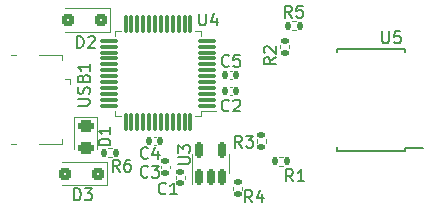
<source format=gto>
G04 #@! TF.GenerationSoftware,KiCad,Pcbnew,7.0.5-7.0.5~ubuntu22.04.1*
G04 #@! TF.CreationDate,2023-07-07T16:24:56+02:00*
G04 #@! TF.ProjectId,combined,636f6d62-696e-4656-942e-6b696361645f,rev?*
G04 #@! TF.SameCoordinates,Original*
G04 #@! TF.FileFunction,Legend,Top*
G04 #@! TF.FilePolarity,Positive*
%FSLAX46Y46*%
G04 Gerber Fmt 4.6, Leading zero omitted, Abs format (unit mm)*
G04 Created by KiCad (PCBNEW 7.0.5-7.0.5~ubuntu22.04.1) date 2023-07-07 16:24:56*
%MOMM*%
%LPD*%
G01*
G04 APERTURE LIST*
G04 Aperture macros list*
%AMRoundRect*
0 Rectangle with rounded corners*
0 $1 Rounding radius*
0 $2 $3 $4 $5 $6 $7 $8 $9 X,Y pos of 4 corners*
0 Add a 4 corners polygon primitive as box body*
4,1,4,$2,$3,$4,$5,$6,$7,$8,$9,$2,$3,0*
0 Add four circle primitives for the rounded corners*
1,1,$1+$1,$2,$3*
1,1,$1+$1,$4,$5*
1,1,$1+$1,$6,$7*
1,1,$1+$1,$8,$9*
0 Add four rect primitives between the rounded corners*
20,1,$1+$1,$2,$3,$4,$5,0*
20,1,$1+$1,$4,$5,$6,$7,0*
20,1,$1+$1,$6,$7,$8,$9,0*
20,1,$1+$1,$8,$9,$2,$3,0*%
%AMHorizOval*
0 Thick line with rounded ends*
0 $1 width*
0 $2 $3 position (X,Y) of the first rounded end (center of the circle)*
0 $4 $5 position (X,Y) of the second rounded end (center of the circle)*
0 Add line between two ends*
20,1,$1,$2,$3,$4,$5,0*
0 Add two circle primitives to create the rounded ends*
1,1,$1,$2,$3*
1,1,$1,$4,$5*%
G04 Aperture macros list end*
%ADD10C,0.150000*%
%ADD11C,0.120000*%
%ADD12RoundRect,0.140000X0.170000X-0.140000X0.170000X0.140000X-0.170000X0.140000X-0.170000X-0.140000X0*%
%ADD13RoundRect,0.140000X-0.170000X0.140000X-0.170000X-0.140000X0.170000X-0.140000X0.170000X0.140000X0*%
%ADD14RoundRect,0.140000X0.140000X0.170000X-0.140000X0.170000X-0.140000X-0.170000X0.140000X-0.170000X0*%
%ADD15RoundRect,0.140000X-0.140000X-0.170000X0.140000X-0.170000X0.140000X0.170000X-0.140000X0.170000X0*%
%ADD16RoundRect,0.250000X0.300000X0.300000X-0.300000X0.300000X-0.300000X-0.300000X0.300000X-0.300000X0*%
%ADD17R,1.350000X0.400000*%
%ADD18O,1.550000X0.890000*%
%ADD19R,1.550000X1.200000*%
%ADD20O,0.950000X1.250000*%
%ADD21R,1.550000X1.500000*%
%ADD22RoundRect,0.135000X0.135000X0.185000X-0.135000X0.185000X-0.135000X-0.185000X0.135000X-0.185000X0*%
%ADD23RoundRect,0.135000X0.185000X-0.135000X0.185000X0.135000X-0.185000X0.135000X-0.185000X-0.135000X0*%
%ADD24RoundRect,0.135000X-0.135000X-0.185000X0.135000X-0.185000X0.135000X0.185000X-0.135000X0.185000X0*%
%ADD25RoundRect,0.150000X0.150000X-0.512500X0.150000X0.512500X-0.150000X0.512500X-0.150000X-0.512500X0*%
%ADD26RoundRect,0.075000X0.662500X0.075000X-0.662500X0.075000X-0.662500X-0.075000X0.662500X-0.075000X0*%
%ADD27RoundRect,0.075000X0.075000X0.662500X-0.075000X0.662500X-0.075000X-0.662500X0.075000X-0.662500X0*%
%ADD28R,1.750000X0.450000*%
%ADD29RoundRect,0.243750X-0.456250X0.243750X-0.456250X-0.243750X0.456250X-0.243750X0.456250X0.243750X0*%
%ADD30C,3.500000*%
%ADD31RoundRect,0.249700X0.566110X0.141421X0.141421X0.566110X-0.566110X-0.141421X-0.141421X-0.566110X0*%
%ADD32HorizOval,1.100000X0.141421X0.141421X-0.141421X-0.141421X0*%
%ADD33RoundRect,0.249700X0.141421X-0.566110X0.566110X-0.141421X-0.141421X0.566110X-0.566110X0.141421X0*%
%ADD34HorizOval,1.100000X-0.141421X0.141421X0.141421X-0.141421X0*%
G04 APERTURE END LIST*
D10*
X90663733Y-41659980D02*
X90616114Y-41707600D01*
X90616114Y-41707600D02*
X90473257Y-41755219D01*
X90473257Y-41755219D02*
X90378019Y-41755219D01*
X90378019Y-41755219D02*
X90235162Y-41707600D01*
X90235162Y-41707600D02*
X90139924Y-41612361D01*
X90139924Y-41612361D02*
X90092305Y-41517123D01*
X90092305Y-41517123D02*
X90044686Y-41326647D01*
X90044686Y-41326647D02*
X90044686Y-41183790D01*
X90044686Y-41183790D02*
X90092305Y-40993314D01*
X90092305Y-40993314D02*
X90139924Y-40898076D01*
X90139924Y-40898076D02*
X90235162Y-40802838D01*
X90235162Y-40802838D02*
X90378019Y-40755219D01*
X90378019Y-40755219D02*
X90473257Y-40755219D01*
X90473257Y-40755219D02*
X90616114Y-40802838D01*
X90616114Y-40802838D02*
X90663733Y-40850457D01*
X91616114Y-41755219D02*
X91044686Y-41755219D01*
X91330400Y-41755219D02*
X91330400Y-40755219D01*
X91330400Y-40755219D02*
X91235162Y-40898076D01*
X91235162Y-40898076D02*
X91139924Y-40993314D01*
X91139924Y-40993314D02*
X91044686Y-41040933D01*
X89139733Y-40237580D02*
X89092114Y-40285200D01*
X89092114Y-40285200D02*
X88949257Y-40332819D01*
X88949257Y-40332819D02*
X88854019Y-40332819D01*
X88854019Y-40332819D02*
X88711162Y-40285200D01*
X88711162Y-40285200D02*
X88615924Y-40189961D01*
X88615924Y-40189961D02*
X88568305Y-40094723D01*
X88568305Y-40094723D02*
X88520686Y-39904247D01*
X88520686Y-39904247D02*
X88520686Y-39761390D01*
X88520686Y-39761390D02*
X88568305Y-39570914D01*
X88568305Y-39570914D02*
X88615924Y-39475676D01*
X88615924Y-39475676D02*
X88711162Y-39380438D01*
X88711162Y-39380438D02*
X88854019Y-39332819D01*
X88854019Y-39332819D02*
X88949257Y-39332819D01*
X88949257Y-39332819D02*
X89092114Y-39380438D01*
X89092114Y-39380438D02*
X89139733Y-39428057D01*
X89473067Y-39332819D02*
X90092114Y-39332819D01*
X90092114Y-39332819D02*
X89758781Y-39713771D01*
X89758781Y-39713771D02*
X89901638Y-39713771D01*
X89901638Y-39713771D02*
X89996876Y-39761390D01*
X89996876Y-39761390D02*
X90044495Y-39809009D01*
X90044495Y-39809009D02*
X90092114Y-39904247D01*
X90092114Y-39904247D02*
X90092114Y-40142342D01*
X90092114Y-40142342D02*
X90044495Y-40237580D01*
X90044495Y-40237580D02*
X89996876Y-40285200D01*
X89996876Y-40285200D02*
X89901638Y-40332819D01*
X89901638Y-40332819D02*
X89615924Y-40332819D01*
X89615924Y-40332819D02*
X89520686Y-40285200D01*
X89520686Y-40285200D02*
X89473067Y-40237580D01*
X89139733Y-38662780D02*
X89092114Y-38710400D01*
X89092114Y-38710400D02*
X88949257Y-38758019D01*
X88949257Y-38758019D02*
X88854019Y-38758019D01*
X88854019Y-38758019D02*
X88711162Y-38710400D01*
X88711162Y-38710400D02*
X88615924Y-38615161D01*
X88615924Y-38615161D02*
X88568305Y-38519923D01*
X88568305Y-38519923D02*
X88520686Y-38329447D01*
X88520686Y-38329447D02*
X88520686Y-38186590D01*
X88520686Y-38186590D02*
X88568305Y-37996114D01*
X88568305Y-37996114D02*
X88615924Y-37900876D01*
X88615924Y-37900876D02*
X88711162Y-37805638D01*
X88711162Y-37805638D02*
X88854019Y-37758019D01*
X88854019Y-37758019D02*
X88949257Y-37758019D01*
X88949257Y-37758019D02*
X89092114Y-37805638D01*
X89092114Y-37805638D02*
X89139733Y-37853257D01*
X89996876Y-38091352D02*
X89996876Y-38758019D01*
X89758781Y-37710400D02*
X89520686Y-38424685D01*
X89520686Y-38424685D02*
X90139733Y-38424685D01*
X95997733Y-30847980D02*
X95950114Y-30895600D01*
X95950114Y-30895600D02*
X95807257Y-30943219D01*
X95807257Y-30943219D02*
X95712019Y-30943219D01*
X95712019Y-30943219D02*
X95569162Y-30895600D01*
X95569162Y-30895600D02*
X95473924Y-30800361D01*
X95473924Y-30800361D02*
X95426305Y-30705123D01*
X95426305Y-30705123D02*
X95378686Y-30514647D01*
X95378686Y-30514647D02*
X95378686Y-30371790D01*
X95378686Y-30371790D02*
X95426305Y-30181314D01*
X95426305Y-30181314D02*
X95473924Y-30086076D01*
X95473924Y-30086076D02*
X95569162Y-29990838D01*
X95569162Y-29990838D02*
X95712019Y-29943219D01*
X95712019Y-29943219D02*
X95807257Y-29943219D01*
X95807257Y-29943219D02*
X95950114Y-29990838D01*
X95950114Y-29990838D02*
X95997733Y-30038457D01*
X96902495Y-29943219D02*
X96426305Y-29943219D01*
X96426305Y-29943219D02*
X96378686Y-30419409D01*
X96378686Y-30419409D02*
X96426305Y-30371790D01*
X96426305Y-30371790D02*
X96521543Y-30324171D01*
X96521543Y-30324171D02*
X96759638Y-30324171D01*
X96759638Y-30324171D02*
X96854876Y-30371790D01*
X96854876Y-30371790D02*
X96902495Y-30419409D01*
X96902495Y-30419409D02*
X96950114Y-30514647D01*
X96950114Y-30514647D02*
X96950114Y-30752742D01*
X96950114Y-30752742D02*
X96902495Y-30847980D01*
X96902495Y-30847980D02*
X96854876Y-30895600D01*
X96854876Y-30895600D02*
X96759638Y-30943219D01*
X96759638Y-30943219D02*
X96521543Y-30943219D01*
X96521543Y-30943219D02*
X96426305Y-30895600D01*
X96426305Y-30895600D02*
X96378686Y-30847980D01*
X83138905Y-29359819D02*
X83138905Y-28359819D01*
X83138905Y-28359819D02*
X83377000Y-28359819D01*
X83377000Y-28359819D02*
X83519857Y-28407438D01*
X83519857Y-28407438D02*
X83615095Y-28502676D01*
X83615095Y-28502676D02*
X83662714Y-28597914D01*
X83662714Y-28597914D02*
X83710333Y-28788390D01*
X83710333Y-28788390D02*
X83710333Y-28931247D01*
X83710333Y-28931247D02*
X83662714Y-29121723D01*
X83662714Y-29121723D02*
X83615095Y-29216961D01*
X83615095Y-29216961D02*
X83519857Y-29312200D01*
X83519857Y-29312200D02*
X83377000Y-29359819D01*
X83377000Y-29359819D02*
X83138905Y-29359819D01*
X84091286Y-28455057D02*
X84138905Y-28407438D01*
X84138905Y-28407438D02*
X84234143Y-28359819D01*
X84234143Y-28359819D02*
X84472238Y-28359819D01*
X84472238Y-28359819D02*
X84567476Y-28407438D01*
X84567476Y-28407438D02*
X84615095Y-28455057D01*
X84615095Y-28455057D02*
X84662714Y-28550295D01*
X84662714Y-28550295D02*
X84662714Y-28645533D01*
X84662714Y-28645533D02*
X84615095Y-28788390D01*
X84615095Y-28788390D02*
X84043667Y-29359819D01*
X84043667Y-29359819D02*
X84662714Y-29359819D01*
X82888905Y-42254819D02*
X82888905Y-41254819D01*
X82888905Y-41254819D02*
X83127000Y-41254819D01*
X83127000Y-41254819D02*
X83269857Y-41302438D01*
X83269857Y-41302438D02*
X83365095Y-41397676D01*
X83365095Y-41397676D02*
X83412714Y-41492914D01*
X83412714Y-41492914D02*
X83460333Y-41683390D01*
X83460333Y-41683390D02*
X83460333Y-41826247D01*
X83460333Y-41826247D02*
X83412714Y-42016723D01*
X83412714Y-42016723D02*
X83365095Y-42111961D01*
X83365095Y-42111961D02*
X83269857Y-42207200D01*
X83269857Y-42207200D02*
X83127000Y-42254819D01*
X83127000Y-42254819D02*
X82888905Y-42254819D01*
X83793667Y-41254819D02*
X84412714Y-41254819D01*
X84412714Y-41254819D02*
X84079381Y-41635771D01*
X84079381Y-41635771D02*
X84222238Y-41635771D01*
X84222238Y-41635771D02*
X84317476Y-41683390D01*
X84317476Y-41683390D02*
X84365095Y-41731009D01*
X84365095Y-41731009D02*
X84412714Y-41826247D01*
X84412714Y-41826247D02*
X84412714Y-42064342D01*
X84412714Y-42064342D02*
X84365095Y-42159580D01*
X84365095Y-42159580D02*
X84317476Y-42207200D01*
X84317476Y-42207200D02*
X84222238Y-42254819D01*
X84222238Y-42254819D02*
X83936524Y-42254819D01*
X83936524Y-42254819D02*
X83841286Y-42207200D01*
X83841286Y-42207200D02*
X83793667Y-42159580D01*
X83204819Y-34238094D02*
X84014342Y-34238094D01*
X84014342Y-34238094D02*
X84109580Y-34190475D01*
X84109580Y-34190475D02*
X84157200Y-34142856D01*
X84157200Y-34142856D02*
X84204819Y-34047618D01*
X84204819Y-34047618D02*
X84204819Y-33857142D01*
X84204819Y-33857142D02*
X84157200Y-33761904D01*
X84157200Y-33761904D02*
X84109580Y-33714285D01*
X84109580Y-33714285D02*
X84014342Y-33666666D01*
X84014342Y-33666666D02*
X83204819Y-33666666D01*
X84157200Y-33238094D02*
X84204819Y-33095237D01*
X84204819Y-33095237D02*
X84204819Y-32857142D01*
X84204819Y-32857142D02*
X84157200Y-32761904D01*
X84157200Y-32761904D02*
X84109580Y-32714285D01*
X84109580Y-32714285D02*
X84014342Y-32666666D01*
X84014342Y-32666666D02*
X83919104Y-32666666D01*
X83919104Y-32666666D02*
X83823866Y-32714285D01*
X83823866Y-32714285D02*
X83776247Y-32761904D01*
X83776247Y-32761904D02*
X83728628Y-32857142D01*
X83728628Y-32857142D02*
X83681009Y-33047618D01*
X83681009Y-33047618D02*
X83633390Y-33142856D01*
X83633390Y-33142856D02*
X83585771Y-33190475D01*
X83585771Y-33190475D02*
X83490533Y-33238094D01*
X83490533Y-33238094D02*
X83395295Y-33238094D01*
X83395295Y-33238094D02*
X83300057Y-33190475D01*
X83300057Y-33190475D02*
X83252438Y-33142856D01*
X83252438Y-33142856D02*
X83204819Y-33047618D01*
X83204819Y-33047618D02*
X83204819Y-32809523D01*
X83204819Y-32809523D02*
X83252438Y-32666666D01*
X83681009Y-31904761D02*
X83728628Y-31761904D01*
X83728628Y-31761904D02*
X83776247Y-31714285D01*
X83776247Y-31714285D02*
X83871485Y-31666666D01*
X83871485Y-31666666D02*
X84014342Y-31666666D01*
X84014342Y-31666666D02*
X84109580Y-31714285D01*
X84109580Y-31714285D02*
X84157200Y-31761904D01*
X84157200Y-31761904D02*
X84204819Y-31857142D01*
X84204819Y-31857142D02*
X84204819Y-32238094D01*
X84204819Y-32238094D02*
X83204819Y-32238094D01*
X83204819Y-32238094D02*
X83204819Y-31904761D01*
X83204819Y-31904761D02*
X83252438Y-31809523D01*
X83252438Y-31809523D02*
X83300057Y-31761904D01*
X83300057Y-31761904D02*
X83395295Y-31714285D01*
X83395295Y-31714285D02*
X83490533Y-31714285D01*
X83490533Y-31714285D02*
X83585771Y-31761904D01*
X83585771Y-31761904D02*
X83633390Y-31809523D01*
X83633390Y-31809523D02*
X83681009Y-31904761D01*
X83681009Y-31904761D02*
X83681009Y-32238094D01*
X84204819Y-30714285D02*
X84204819Y-31285713D01*
X84204819Y-30999999D02*
X83204819Y-30999999D01*
X83204819Y-30999999D02*
X83347676Y-31095237D01*
X83347676Y-31095237D02*
X83442914Y-31190475D01*
X83442914Y-31190475D02*
X83490533Y-31285713D01*
X101433333Y-40637619D02*
X101100000Y-40161428D01*
X100861905Y-40637619D02*
X100861905Y-39637619D01*
X100861905Y-39637619D02*
X101242857Y-39637619D01*
X101242857Y-39637619D02*
X101338095Y-39685238D01*
X101338095Y-39685238D02*
X101385714Y-39732857D01*
X101385714Y-39732857D02*
X101433333Y-39828095D01*
X101433333Y-39828095D02*
X101433333Y-39970952D01*
X101433333Y-39970952D02*
X101385714Y-40066190D01*
X101385714Y-40066190D02*
X101338095Y-40113809D01*
X101338095Y-40113809D02*
X101242857Y-40161428D01*
X101242857Y-40161428D02*
X100861905Y-40161428D01*
X102385714Y-40637619D02*
X101814286Y-40637619D01*
X102100000Y-40637619D02*
X102100000Y-39637619D01*
X102100000Y-39637619D02*
X102004762Y-39780476D01*
X102004762Y-39780476D02*
X101909524Y-39875714D01*
X101909524Y-39875714D02*
X101814286Y-39923333D01*
X99954819Y-30166666D02*
X99478628Y-30499999D01*
X99954819Y-30738094D02*
X98954819Y-30738094D01*
X98954819Y-30738094D02*
X98954819Y-30357142D01*
X98954819Y-30357142D02*
X99002438Y-30261904D01*
X99002438Y-30261904D02*
X99050057Y-30214285D01*
X99050057Y-30214285D02*
X99145295Y-30166666D01*
X99145295Y-30166666D02*
X99288152Y-30166666D01*
X99288152Y-30166666D02*
X99383390Y-30214285D01*
X99383390Y-30214285D02*
X99431009Y-30261904D01*
X99431009Y-30261904D02*
X99478628Y-30357142D01*
X99478628Y-30357142D02*
X99478628Y-30738094D01*
X99050057Y-29785713D02*
X99002438Y-29738094D01*
X99002438Y-29738094D02*
X98954819Y-29642856D01*
X98954819Y-29642856D02*
X98954819Y-29404761D01*
X98954819Y-29404761D02*
X99002438Y-29309523D01*
X99002438Y-29309523D02*
X99050057Y-29261904D01*
X99050057Y-29261904D02*
X99145295Y-29214285D01*
X99145295Y-29214285D02*
X99240533Y-29214285D01*
X99240533Y-29214285D02*
X99383390Y-29261904D01*
X99383390Y-29261904D02*
X99954819Y-29833332D01*
X99954819Y-29833332D02*
X99954819Y-29214285D01*
X97115333Y-37792819D02*
X96782000Y-37316628D01*
X96543905Y-37792819D02*
X96543905Y-36792819D01*
X96543905Y-36792819D02*
X96924857Y-36792819D01*
X96924857Y-36792819D02*
X97020095Y-36840438D01*
X97020095Y-36840438D02*
X97067714Y-36888057D01*
X97067714Y-36888057D02*
X97115333Y-36983295D01*
X97115333Y-36983295D02*
X97115333Y-37126152D01*
X97115333Y-37126152D02*
X97067714Y-37221390D01*
X97067714Y-37221390D02*
X97020095Y-37269009D01*
X97020095Y-37269009D02*
X96924857Y-37316628D01*
X96924857Y-37316628D02*
X96543905Y-37316628D01*
X97448667Y-36792819D02*
X98067714Y-36792819D01*
X98067714Y-36792819D02*
X97734381Y-37173771D01*
X97734381Y-37173771D02*
X97877238Y-37173771D01*
X97877238Y-37173771D02*
X97972476Y-37221390D01*
X97972476Y-37221390D02*
X98020095Y-37269009D01*
X98020095Y-37269009D02*
X98067714Y-37364247D01*
X98067714Y-37364247D02*
X98067714Y-37602342D01*
X98067714Y-37602342D02*
X98020095Y-37697580D01*
X98020095Y-37697580D02*
X97972476Y-37745200D01*
X97972476Y-37745200D02*
X97877238Y-37792819D01*
X97877238Y-37792819D02*
X97591524Y-37792819D01*
X97591524Y-37792819D02*
X97496286Y-37745200D01*
X97496286Y-37745200D02*
X97448667Y-37697580D01*
X97978933Y-42415619D02*
X97645600Y-41939428D01*
X97407505Y-42415619D02*
X97407505Y-41415619D01*
X97407505Y-41415619D02*
X97788457Y-41415619D01*
X97788457Y-41415619D02*
X97883695Y-41463238D01*
X97883695Y-41463238D02*
X97931314Y-41510857D01*
X97931314Y-41510857D02*
X97978933Y-41606095D01*
X97978933Y-41606095D02*
X97978933Y-41748952D01*
X97978933Y-41748952D02*
X97931314Y-41844190D01*
X97931314Y-41844190D02*
X97883695Y-41891809D01*
X97883695Y-41891809D02*
X97788457Y-41939428D01*
X97788457Y-41939428D02*
X97407505Y-41939428D01*
X98836076Y-41748952D02*
X98836076Y-42415619D01*
X98597981Y-41368000D02*
X98359886Y-42082285D01*
X98359886Y-42082285D02*
X98978933Y-42082285D01*
X101333333Y-26784819D02*
X101000000Y-26308628D01*
X100761905Y-26784819D02*
X100761905Y-25784819D01*
X100761905Y-25784819D02*
X101142857Y-25784819D01*
X101142857Y-25784819D02*
X101238095Y-25832438D01*
X101238095Y-25832438D02*
X101285714Y-25880057D01*
X101285714Y-25880057D02*
X101333333Y-25975295D01*
X101333333Y-25975295D02*
X101333333Y-26118152D01*
X101333333Y-26118152D02*
X101285714Y-26213390D01*
X101285714Y-26213390D02*
X101238095Y-26261009D01*
X101238095Y-26261009D02*
X101142857Y-26308628D01*
X101142857Y-26308628D02*
X100761905Y-26308628D01*
X102238095Y-25784819D02*
X101761905Y-25784819D01*
X101761905Y-25784819D02*
X101714286Y-26261009D01*
X101714286Y-26261009D02*
X101761905Y-26213390D01*
X101761905Y-26213390D02*
X101857143Y-26165771D01*
X101857143Y-26165771D02*
X102095238Y-26165771D01*
X102095238Y-26165771D02*
X102190476Y-26213390D01*
X102190476Y-26213390D02*
X102238095Y-26261009D01*
X102238095Y-26261009D02*
X102285714Y-26356247D01*
X102285714Y-26356247D02*
X102285714Y-26594342D01*
X102285714Y-26594342D02*
X102238095Y-26689580D01*
X102238095Y-26689580D02*
X102190476Y-26737200D01*
X102190476Y-26737200D02*
X102095238Y-26784819D01*
X102095238Y-26784819D02*
X101857143Y-26784819D01*
X101857143Y-26784819D02*
X101761905Y-26737200D01*
X101761905Y-26737200D02*
X101714286Y-26689580D01*
X91707619Y-39166704D02*
X92517142Y-39166704D01*
X92517142Y-39166704D02*
X92612380Y-39119085D01*
X92612380Y-39119085D02*
X92660000Y-39071466D01*
X92660000Y-39071466D02*
X92707619Y-38976228D01*
X92707619Y-38976228D02*
X92707619Y-38785752D01*
X92707619Y-38785752D02*
X92660000Y-38690514D01*
X92660000Y-38690514D02*
X92612380Y-38642895D01*
X92612380Y-38642895D02*
X92517142Y-38595276D01*
X92517142Y-38595276D02*
X91707619Y-38595276D01*
X91707619Y-38214323D02*
X91707619Y-37595276D01*
X91707619Y-37595276D02*
X92088571Y-37928609D01*
X92088571Y-37928609D02*
X92088571Y-37785752D01*
X92088571Y-37785752D02*
X92136190Y-37690514D01*
X92136190Y-37690514D02*
X92183809Y-37642895D01*
X92183809Y-37642895D02*
X92279047Y-37595276D01*
X92279047Y-37595276D02*
X92517142Y-37595276D01*
X92517142Y-37595276D02*
X92612380Y-37642895D01*
X92612380Y-37642895D02*
X92660000Y-37690514D01*
X92660000Y-37690514D02*
X92707619Y-37785752D01*
X92707619Y-37785752D02*
X92707619Y-38071466D01*
X92707619Y-38071466D02*
X92660000Y-38166704D01*
X92660000Y-38166704D02*
X92612380Y-38214323D01*
X93488095Y-26454819D02*
X93488095Y-27264342D01*
X93488095Y-27264342D02*
X93535714Y-27359580D01*
X93535714Y-27359580D02*
X93583333Y-27407200D01*
X93583333Y-27407200D02*
X93678571Y-27454819D01*
X93678571Y-27454819D02*
X93869047Y-27454819D01*
X93869047Y-27454819D02*
X93964285Y-27407200D01*
X93964285Y-27407200D02*
X94011904Y-27359580D01*
X94011904Y-27359580D02*
X94059523Y-27264342D01*
X94059523Y-27264342D02*
X94059523Y-26454819D01*
X94964285Y-26788152D02*
X94964285Y-27454819D01*
X94726190Y-26407200D02*
X94488095Y-27121485D01*
X94488095Y-27121485D02*
X95107142Y-27121485D01*
X108988095Y-27954819D02*
X108988095Y-28764342D01*
X108988095Y-28764342D02*
X109035714Y-28859580D01*
X109035714Y-28859580D02*
X109083333Y-28907200D01*
X109083333Y-28907200D02*
X109178571Y-28954819D01*
X109178571Y-28954819D02*
X109369047Y-28954819D01*
X109369047Y-28954819D02*
X109464285Y-28907200D01*
X109464285Y-28907200D02*
X109511904Y-28859580D01*
X109511904Y-28859580D02*
X109559523Y-28764342D01*
X109559523Y-28764342D02*
X109559523Y-27954819D01*
X110511904Y-27954819D02*
X110035714Y-27954819D01*
X110035714Y-27954819D02*
X109988095Y-28431009D01*
X109988095Y-28431009D02*
X110035714Y-28383390D01*
X110035714Y-28383390D02*
X110130952Y-28335771D01*
X110130952Y-28335771D02*
X110369047Y-28335771D01*
X110369047Y-28335771D02*
X110464285Y-28383390D01*
X110464285Y-28383390D02*
X110511904Y-28431009D01*
X110511904Y-28431009D02*
X110559523Y-28526247D01*
X110559523Y-28526247D02*
X110559523Y-28764342D01*
X110559523Y-28764342D02*
X110511904Y-28859580D01*
X110511904Y-28859580D02*
X110464285Y-28907200D01*
X110464285Y-28907200D02*
X110369047Y-28954819D01*
X110369047Y-28954819D02*
X110130952Y-28954819D01*
X110130952Y-28954819D02*
X110035714Y-28907200D01*
X110035714Y-28907200D02*
X109988095Y-28859580D01*
X95997733Y-34629580D02*
X95950114Y-34677200D01*
X95950114Y-34677200D02*
X95807257Y-34724819D01*
X95807257Y-34724819D02*
X95712019Y-34724819D01*
X95712019Y-34724819D02*
X95569162Y-34677200D01*
X95569162Y-34677200D02*
X95473924Y-34581961D01*
X95473924Y-34581961D02*
X95426305Y-34486723D01*
X95426305Y-34486723D02*
X95378686Y-34296247D01*
X95378686Y-34296247D02*
X95378686Y-34153390D01*
X95378686Y-34153390D02*
X95426305Y-33962914D01*
X95426305Y-33962914D02*
X95473924Y-33867676D01*
X95473924Y-33867676D02*
X95569162Y-33772438D01*
X95569162Y-33772438D02*
X95712019Y-33724819D01*
X95712019Y-33724819D02*
X95807257Y-33724819D01*
X95807257Y-33724819D02*
X95950114Y-33772438D01*
X95950114Y-33772438D02*
X95997733Y-33820057D01*
X96378686Y-33820057D02*
X96426305Y-33772438D01*
X96426305Y-33772438D02*
X96521543Y-33724819D01*
X96521543Y-33724819D02*
X96759638Y-33724819D01*
X96759638Y-33724819D02*
X96854876Y-33772438D01*
X96854876Y-33772438D02*
X96902495Y-33820057D01*
X96902495Y-33820057D02*
X96950114Y-33915295D01*
X96950114Y-33915295D02*
X96950114Y-34010533D01*
X96950114Y-34010533D02*
X96902495Y-34153390D01*
X96902495Y-34153390D02*
X96331067Y-34724819D01*
X96331067Y-34724819D02*
X96950114Y-34724819D01*
X85975619Y-37618894D02*
X84975619Y-37618894D01*
X84975619Y-37618894D02*
X84975619Y-37380799D01*
X84975619Y-37380799D02*
X85023238Y-37237942D01*
X85023238Y-37237942D02*
X85118476Y-37142704D01*
X85118476Y-37142704D02*
X85213714Y-37095085D01*
X85213714Y-37095085D02*
X85404190Y-37047466D01*
X85404190Y-37047466D02*
X85547047Y-37047466D01*
X85547047Y-37047466D02*
X85737523Y-37095085D01*
X85737523Y-37095085D02*
X85832761Y-37142704D01*
X85832761Y-37142704D02*
X85928000Y-37237942D01*
X85928000Y-37237942D02*
X85975619Y-37380799D01*
X85975619Y-37380799D02*
X85975619Y-37618894D01*
X85975619Y-36095085D02*
X85975619Y-36666513D01*
X85975619Y-36380799D02*
X84975619Y-36380799D01*
X84975619Y-36380799D02*
X85118476Y-36476037D01*
X85118476Y-36476037D02*
X85213714Y-36571275D01*
X85213714Y-36571275D02*
X85261333Y-36666513D01*
X86752133Y-39824819D02*
X86418800Y-39348628D01*
X86180705Y-39824819D02*
X86180705Y-38824819D01*
X86180705Y-38824819D02*
X86561657Y-38824819D01*
X86561657Y-38824819D02*
X86656895Y-38872438D01*
X86656895Y-38872438D02*
X86704514Y-38920057D01*
X86704514Y-38920057D02*
X86752133Y-39015295D01*
X86752133Y-39015295D02*
X86752133Y-39158152D01*
X86752133Y-39158152D02*
X86704514Y-39253390D01*
X86704514Y-39253390D02*
X86656895Y-39301009D01*
X86656895Y-39301009D02*
X86561657Y-39348628D01*
X86561657Y-39348628D02*
X86180705Y-39348628D01*
X87609276Y-38824819D02*
X87418800Y-38824819D01*
X87418800Y-38824819D02*
X87323562Y-38872438D01*
X87323562Y-38872438D02*
X87275943Y-38920057D01*
X87275943Y-38920057D02*
X87180705Y-39062914D01*
X87180705Y-39062914D02*
X87133086Y-39253390D01*
X87133086Y-39253390D02*
X87133086Y-39634342D01*
X87133086Y-39634342D02*
X87180705Y-39729580D01*
X87180705Y-39729580D02*
X87228324Y-39777200D01*
X87228324Y-39777200D02*
X87323562Y-39824819D01*
X87323562Y-39824819D02*
X87514038Y-39824819D01*
X87514038Y-39824819D02*
X87609276Y-39777200D01*
X87609276Y-39777200D02*
X87656895Y-39729580D01*
X87656895Y-39729580D02*
X87704514Y-39634342D01*
X87704514Y-39634342D02*
X87704514Y-39396247D01*
X87704514Y-39396247D02*
X87656895Y-39301009D01*
X87656895Y-39301009D02*
X87609276Y-39253390D01*
X87609276Y-39253390D02*
X87514038Y-39205771D01*
X87514038Y-39205771D02*
X87323562Y-39205771D01*
X87323562Y-39205771D02*
X87228324Y-39253390D01*
X87228324Y-39253390D02*
X87180705Y-39301009D01*
X87180705Y-39301009D02*
X87133086Y-39396247D01*
D11*
X91537200Y-40415036D02*
X91537200Y-40199364D01*
X92257200Y-40415036D02*
X92257200Y-40199364D01*
X90987200Y-39335764D02*
X90987200Y-39551436D01*
X90267200Y-39335764D02*
X90267200Y-39551436D01*
X89837836Y-37610000D02*
X89622164Y-37610000D01*
X89837836Y-36890000D02*
X89622164Y-36890000D01*
X96056564Y-31288400D02*
X96272236Y-31288400D01*
X96056564Y-32008400D02*
X96272236Y-32008400D01*
X85960000Y-28000000D02*
X85960000Y-26000000D01*
X85960000Y-28000000D02*
X82100000Y-28000000D01*
X85960000Y-26000000D02*
X82100000Y-26000000D01*
X85710000Y-41000000D02*
X85710000Y-39000000D01*
X85710000Y-41000000D02*
X81850000Y-41000000D01*
X85710000Y-39000000D02*
X81850000Y-39000000D01*
X81910000Y-29990000D02*
X81910000Y-30410000D01*
X79930000Y-29990000D02*
X81910000Y-29990000D01*
X77560000Y-29990000D02*
X77960000Y-29990000D01*
X82140000Y-31990000D02*
X82590000Y-31990000D01*
X82590000Y-32440000D02*
X82590000Y-31990000D01*
X81910000Y-37510000D02*
X81910000Y-37090000D01*
X79930000Y-37510000D02*
X81910000Y-37510000D01*
X77960000Y-37510000D02*
X77560000Y-37510000D01*
X100583241Y-39343600D02*
X100275959Y-39343600D01*
X100583241Y-38583600D02*
X100275959Y-38583600D01*
X100370000Y-29403641D02*
X100370000Y-29096359D01*
X101130000Y-29403641D02*
X101130000Y-29096359D01*
X98370000Y-37403641D02*
X98370000Y-37096359D01*
X99130000Y-37403641D02*
X99130000Y-37096359D01*
X96370000Y-41403641D02*
X96370000Y-41096359D01*
X97130000Y-41403641D02*
X97130000Y-41096359D01*
X101346359Y-27120000D02*
X101653641Y-27120000D01*
X101346359Y-27880000D02*
X101653641Y-27880000D01*
X92890000Y-39112500D02*
X92890000Y-40912500D01*
X92890000Y-39112500D02*
X92890000Y-38312500D01*
X96010000Y-39112500D02*
X96010000Y-39912500D01*
X96010000Y-39112500D02*
X96010000Y-38312500D01*
X93610000Y-35110000D02*
X93610000Y-34660000D01*
X93610000Y-34660000D02*
X94900000Y-34660000D01*
X93610000Y-27890000D02*
X93610000Y-28340000D01*
X93160000Y-35110000D02*
X93610000Y-35110000D01*
X93160000Y-27890000D02*
X93610000Y-27890000D01*
X86840000Y-35110000D02*
X86390000Y-35110000D01*
X86840000Y-27890000D02*
X86390000Y-27890000D01*
X86390000Y-35110000D02*
X86390000Y-34660000D01*
X86390000Y-27890000D02*
X86390000Y-28340000D01*
D10*
X110875000Y-38075000D02*
X110875000Y-37850000D01*
X110875000Y-38075000D02*
X105125000Y-38075000D01*
X110875000Y-37850000D02*
X112475000Y-37850000D01*
X110875000Y-29425000D02*
X110875000Y-29725000D01*
X110875000Y-29425000D02*
X105125000Y-29425000D01*
X105125000Y-38075000D02*
X105125000Y-37775000D01*
X105125000Y-29425000D02*
X105125000Y-29725000D01*
D11*
X96056564Y-32660000D02*
X96272236Y-32660000D01*
X96056564Y-33380000D02*
X96272236Y-33380000D01*
X84830800Y-35195800D02*
X82910800Y-35195800D01*
X82910800Y-35195800D02*
X82910800Y-37880800D01*
X84830800Y-37880800D02*
X84830800Y-35195800D01*
X86107241Y-38632400D02*
X85799959Y-38632400D01*
X86107241Y-37872400D02*
X85799959Y-37872400D01*
%LPC*%
D12*
X91897200Y-40787200D03*
X91897200Y-39827200D03*
D13*
X90627200Y-38963600D03*
X90627200Y-39923600D03*
D14*
X90210000Y-37250000D03*
X89250000Y-37250000D03*
D15*
X95684400Y-31648400D03*
X96644400Y-31648400D03*
D16*
X85150000Y-27000000D03*
X82350000Y-27000000D03*
X84900000Y-40000000D03*
X82100000Y-40000000D03*
D17*
X81650000Y-32450000D03*
X81650000Y-33100000D03*
X81650000Y-33750000D03*
X81650000Y-34400000D03*
X81650000Y-35050000D03*
D18*
X78950000Y-30250000D03*
D19*
X78950000Y-30850000D03*
D20*
X81650000Y-31250000D03*
D21*
X78950000Y-32750000D03*
X78950000Y-34750000D03*
D20*
X81650000Y-36250000D03*
D19*
X78950000Y-36650000D03*
D18*
X78950000Y-37250000D03*
D22*
X100939600Y-38963600D03*
X99919600Y-38963600D03*
D23*
X100750000Y-29760000D03*
X100750000Y-28740000D03*
X98750000Y-37760000D03*
X98750000Y-36740000D03*
X96750000Y-41760000D03*
X96750000Y-40740000D03*
D24*
X100990000Y-27500000D03*
X102010000Y-27500000D03*
D25*
X93500000Y-40250000D03*
X94450000Y-40250000D03*
X95400000Y-40250000D03*
X95400000Y-37975000D03*
X93500000Y-37975000D03*
D26*
X94162500Y-34250000D03*
X94162500Y-33750000D03*
X94162500Y-33250000D03*
X94162500Y-32750000D03*
X94162500Y-32250000D03*
X94162500Y-31750000D03*
X94162500Y-31250000D03*
X94162500Y-30750000D03*
X94162500Y-30250000D03*
X94162500Y-29750000D03*
X94162500Y-29250000D03*
X94162500Y-28750000D03*
D27*
X92750000Y-27337500D03*
X92250000Y-27337500D03*
X91750000Y-27337500D03*
X91250000Y-27337500D03*
X90750000Y-27337500D03*
X90250000Y-27337500D03*
X89750000Y-27337500D03*
X89250000Y-27337500D03*
X88750000Y-27337500D03*
X88250000Y-27337500D03*
X87750000Y-27337500D03*
X87250000Y-27337500D03*
D26*
X85837500Y-28750000D03*
X85837500Y-29250000D03*
X85837500Y-29750000D03*
X85837500Y-30250000D03*
X85837500Y-30750000D03*
X85837500Y-31250000D03*
X85837500Y-31750000D03*
X85837500Y-32250000D03*
X85837500Y-32750000D03*
X85837500Y-33250000D03*
X85837500Y-33750000D03*
X85837500Y-34250000D03*
D27*
X87250000Y-35662500D03*
X87750000Y-35662500D03*
X88250000Y-35662500D03*
X88750000Y-35662500D03*
X89250000Y-35662500D03*
X89750000Y-35662500D03*
X90250000Y-35662500D03*
X90750000Y-35662500D03*
X91250000Y-35662500D03*
X91750000Y-35662500D03*
X92250000Y-35662500D03*
X92750000Y-35662500D03*
D28*
X111600000Y-37325000D03*
X111600000Y-36675000D03*
X111600000Y-36025000D03*
X111600000Y-35375000D03*
X111600000Y-34725000D03*
X111600000Y-34075000D03*
X111600000Y-33425000D03*
X111600000Y-32775000D03*
X111600000Y-32125000D03*
X111600000Y-31475000D03*
X111600000Y-30825000D03*
X111600000Y-30175000D03*
X104400000Y-30175000D03*
X104400000Y-30825000D03*
X104400000Y-31475000D03*
X104400000Y-32125000D03*
X104400000Y-32775000D03*
X104400000Y-33425000D03*
X104400000Y-34075000D03*
X104400000Y-34725000D03*
X104400000Y-35375000D03*
X104400000Y-36025000D03*
X104400000Y-36675000D03*
X104400000Y-37325000D03*
D15*
X95684400Y-33020000D03*
X96644400Y-33020000D03*
D29*
X83870800Y-35943300D03*
X83870800Y-37818300D03*
D22*
X86463600Y-38252400D03*
X85443600Y-38252400D03*
D30*
X105000000Y-40250000D03*
X105000000Y-27250000D03*
D31*
X99500000Y-40500000D03*
D32*
X102328427Y-37671573D03*
X98227208Y-39227208D03*
X101055635Y-36398781D03*
D33*
X98250000Y-28250000D03*
D34*
X101078427Y-31078427D03*
X99522792Y-26977208D03*
X102351219Y-29805635D03*
%LPD*%
M02*

</source>
